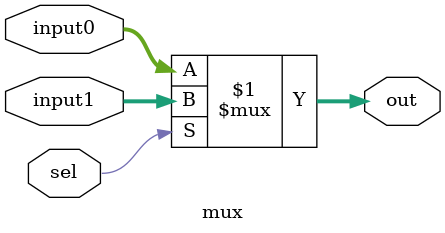
<source format=v>
module mux (
  input  wire [31:0] input1,
  input  wire [31:0] input0,
  input  wire        sel,
  output wire [31:0] out
);
  assign out = sel ? input1 : input0;
endmodule


</source>
